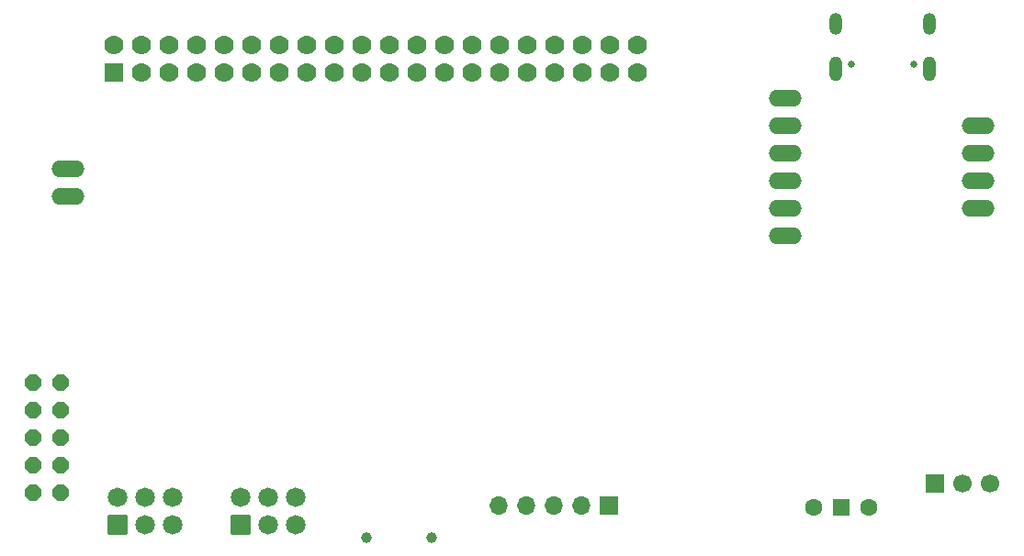
<source format=gbr>
%TF.GenerationSoftware,KiCad,Pcbnew,9.0.5*%
%TF.CreationDate,2025-10-27T17:08:41+05:30*%
%TF.ProjectId,cpm_vehicle_pcb,63706d5f-7665-4686-9963-6c655f706362,rev?*%
%TF.SameCoordinates,Original*%
%TF.FileFunction,Soldermask,Bot*%
%TF.FilePolarity,Negative*%
%FSLAX46Y46*%
G04 Gerber Fmt 4.6, Leading zero omitted, Abs format (unit mm)*
G04 Created by KiCad (PCBNEW 9.0.5) date 2025-10-27 17:08:41*
%MOMM*%
%LPD*%
G01*
G04 APERTURE LIST*
G04 Aperture macros list*
%AMRoundRect*
0 Rectangle with rounded corners*
0 $1 Rounding radius*
0 $2 $3 $4 $5 $6 $7 $8 $9 X,Y pos of 4 corners*
0 Add a 4 corners polygon primitive as box body*
4,1,4,$2,$3,$4,$5,$6,$7,$8,$9,$2,$3,0*
0 Add four circle primitives for the rounded corners*
1,1,$1+$1,$2,$3*
1,1,$1+$1,$4,$5*
1,1,$1+$1,$6,$7*
1,1,$1+$1,$8,$9*
0 Add four rect primitives between the rounded corners*
20,1,$1+$1,$2,$3,$4,$5,0*
20,1,$1+$1,$4,$5,$6,$7,0*
20,1,$1+$1,$6,$7,$8,$9,0*
20,1,$1+$1,$8,$9,$2,$3,0*%
%AMOutline5P*
0 Free polygon, 5 corners , with rotation*
0 The origin of the aperture is its center*
0 number of corners: always 5*
0 $1 to $10 corner X, Y*
0 $11 Rotation angle, in degrees counterclockwise*
0 create outline with 5 corners*
4,1,5,$1,$2,$3,$4,$5,$6,$7,$8,$9,$10,$1,$2,$11*%
%AMOutline6P*
0 Free polygon, 6 corners , with rotation*
0 The origin of the aperture is its center*
0 number of corners: always 6*
0 $1 to $12 corner X, Y*
0 $13 Rotation angle, in degrees counterclockwise*
0 create outline with 6 corners*
4,1,6,$1,$2,$3,$4,$5,$6,$7,$8,$9,$10,$11,$12,$1,$2,$13*%
%AMOutline7P*
0 Free polygon, 7 corners , with rotation*
0 The origin of the aperture is its center*
0 number of corners: always 7*
0 $1 to $14 corner X, Y*
0 $15 Rotation angle, in degrees counterclockwise*
0 create outline with 7 corners*
4,1,7,$1,$2,$3,$4,$5,$6,$7,$8,$9,$10,$11,$12,$13,$14,$1,$2,$15*%
%AMOutline8P*
0 Free polygon, 8 corners , with rotation*
0 The origin of the aperture is its center*
0 number of corners: always 8*
0 $1 to $16 corner X, Y*
0 $17 Rotation angle, in degrees counterclockwise*
0 create outline with 8 corners*
4,1,8,$1,$2,$3,$4,$5,$6,$7,$8,$9,$10,$11,$12,$13,$14,$15,$16,$1,$2,$17*%
G04 Aperture macros list end*
%ADD10O,1.204000X2.004000*%
%ADD11O,1.204000X2.304000*%
%ADD12C,0.650000*%
%ADD13C,1.000000*%
%ADD14R,1.700000X1.700000*%
%ADD15C,1.700000*%
%ADD16O,3.048000X1.524000*%
%ADD17O,1.700000X1.700000*%
%ADD18R,1.500000X1.500000*%
%ADD19C,1.600000*%
%ADD20RoundRect,0.102000X-0.802500X-0.802500X0.802500X-0.802500X0.802500X0.802500X-0.802500X0.802500X0*%
%ADD21C,1.809000*%
%ADD22Outline8P,-0.762000X0.315631X-0.315631X0.762000X0.315631X0.762000X0.762000X0.315631X0.762000X-0.315631X0.315631X-0.762000X-0.315631X-0.762000X-0.762000X-0.315631X90.000000*%
%ADD23R,1.778000X1.778000*%
%ADD24C,1.778000*%
G04 APERTURE END LIST*
D10*
%TO.C,J4*%
X168750000Y-43000000D03*
X177390000Y-43000000D03*
D11*
X168750000Y-47180000D03*
X177390000Y-47180000D03*
D12*
X170180000Y-46680000D03*
X175960000Y-46680000D03*
%TD*%
D13*
%TO.C,J5*%
X125462500Y-90375000D03*
X131462500Y-90375000D03*
%TD*%
D14*
%TO.C,J6*%
X177920000Y-85400000D03*
D15*
X180460000Y-85400000D03*
X183000000Y-85400000D03*
%TD*%
D16*
%TO.C,R/W0*%
X97950000Y-58950000D03*
X97950000Y-56410000D03*
%TD*%
D14*
%TO.C,J3*%
X147842500Y-87475000D03*
D17*
X145302500Y-87475000D03*
X142762500Y-87475000D03*
X140222500Y-87475000D03*
X137682500Y-87475000D03*
%TD*%
D18*
%TO.C,SW2*%
X169300000Y-87570000D03*
D19*
X166760000Y-87570000D03*
X171840000Y-87570000D03*
%TD*%
D20*
%TO.C,J1*%
X102572500Y-89195000D03*
D21*
X102572500Y-86655000D03*
X105112500Y-89195000D03*
X105112500Y-86655000D03*
X107652500Y-89195000D03*
X107652500Y-86655000D03*
%TD*%
D16*
%TO.C,A1*%
X164090000Y-49850000D03*
X164090000Y-52390000D03*
X164090000Y-54930000D03*
X164090000Y-57470000D03*
X164090000Y-60010000D03*
X164090000Y-62550000D03*
X181870000Y-60010000D03*
X181870000Y-57470000D03*
X181870000Y-54930000D03*
X181870000Y-52390000D03*
%TD*%
D22*
%TO.C,EXT_PINS0*%
X97260000Y-86260000D03*
X94720000Y-86260000D03*
X97260000Y-83720000D03*
X94720000Y-83720000D03*
X97260000Y-81180000D03*
X94720000Y-81180000D03*
X97260000Y-78640000D03*
X94720000Y-78640000D03*
X97260000Y-76100000D03*
X94720000Y-76100000D03*
%TD*%
D23*
%TO.C,IC2*%
X102240000Y-47520000D03*
D24*
X102240000Y-44980000D03*
X104780000Y-47520000D03*
X104780000Y-44980000D03*
X107320000Y-47520000D03*
X107320000Y-44980000D03*
X109860000Y-47520000D03*
X109860000Y-44980000D03*
X112400000Y-47520000D03*
X112400000Y-44980000D03*
X114940000Y-47520000D03*
X114940000Y-44980000D03*
X117480000Y-47520000D03*
X117480000Y-44980000D03*
X120020000Y-47520000D03*
X120020000Y-44980000D03*
X122560000Y-47520000D03*
X122560000Y-44980000D03*
X125100000Y-47520000D03*
X125100000Y-44980000D03*
X127640000Y-47520000D03*
X127640000Y-44980000D03*
X130180000Y-47520000D03*
X130180000Y-44980000D03*
X132720000Y-47520000D03*
X132720000Y-44980000D03*
X135260000Y-47520000D03*
X135260000Y-44980000D03*
X137800000Y-47520000D03*
X137800000Y-44980000D03*
X140340000Y-47520000D03*
X140340000Y-44980000D03*
X142880000Y-47520000D03*
X142880000Y-44980000D03*
X145420000Y-47520000D03*
X145420000Y-44980000D03*
X147960000Y-47520000D03*
X147960000Y-44980000D03*
X150500000Y-47520000D03*
X150500000Y-44980000D03*
%TD*%
D20*
%TO.C,J2*%
X113902500Y-89205000D03*
D21*
X113902500Y-86665000D03*
X116442500Y-89205000D03*
X116442500Y-86665000D03*
X118982500Y-89205000D03*
X118982500Y-86665000D03*
%TD*%
M02*

</source>
